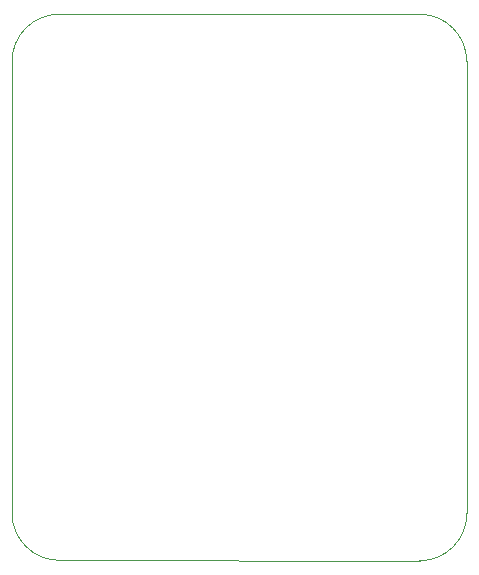
<source format=gm1>
%TF.GenerationSoftware,KiCad,Pcbnew,9.0.7*%
%TF.CreationDate,2026-02-07T20:34:06-05:00*%
%TF.ProjectId,USB-Cellular-Modem,5553422d-4365-46c6-9c75-6c61722d4d6f,V1.2*%
%TF.SameCoordinates,Original*%
%TF.FileFunction,Profile,NP*%
%FSLAX46Y46*%
G04 Gerber Fmt 4.6, Leading zero omitted, Abs format (unit mm)*
G04 Created by KiCad (PCBNEW 9.0.7) date 2026-02-07 20:34:06*
%MOMM*%
%LPD*%
G01*
G04 APERTURE LIST*
%TA.AperFunction,Profile*%
%ADD10C,0.100000*%
%TD*%
G04 APERTURE END LIST*
D10*
X17300000Y-59337573D02*
G75*
G02*
X13300027Y-55337573I0J3999973D01*
G01*
X47816000Y-59372000D02*
X17300000Y-59337573D01*
X47800000Y-13100000D02*
G75*
G02*
X51800000Y-17100000I0J-4000000D01*
G01*
X51800000Y-17100000D02*
X51816000Y-55372000D01*
X13300000Y-55337573D02*
X13300000Y-17100000D01*
X13300000Y-17100000D02*
G75*
G02*
X17300000Y-13100000I4000000J0D01*
G01*
X51815999Y-55370328D02*
G75*
G02*
X47816000Y-59371999I-3999999J-1672D01*
G01*
X17300000Y-13100000D02*
X47800000Y-13100000D01*
M02*

</source>
